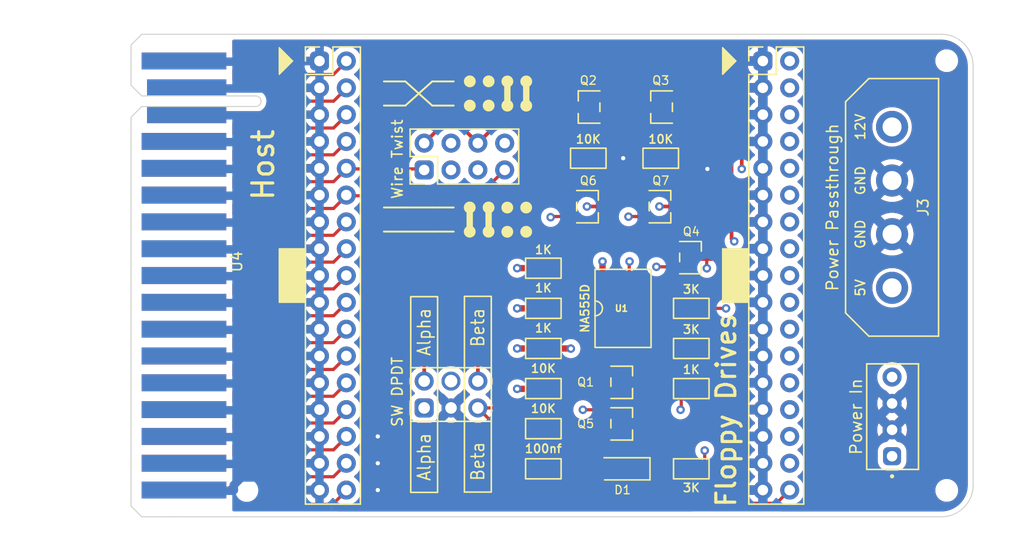
<source format=kicad_pcb>
(kicad_pcb (version 20211014) (generator pcbnew)
  (layers (0 "F.Cu" signal) (1 "In1.Cu" signal) (2 "In2.Cu" signal) (31 "B.Cu" signal) (34 "B.Paste" user) (35 "F.Paste" user) (36 "B.SilkS" user "B.Silkscreen") (37 "F.SilkS" user "F.Silkscreen") (38 "B.Mask" user) (39 "F.Mask" user) (44 "Edge.Cuts" user))
  (net 0 "")
  (net 1 "Net-(C1-Pad1)")
  (net 2 "Net-(C1-Pad2)")
  (net 3 "{slash}MOTEA-IN")
  (net 4 "{slash}MOTOR-IN")
  (net 5 "{slash}DRVSA-IN")
  (net 6 "{slash}DRVSEL-IN")
  (net 7 "{slash}MOTEB-IN")
  (net 8 "{slash}DRBSB-IN")
  (net 9 "Net-(D1-Pad1)")
  (net 10 "GND")
  (net 11 "/555-Trigger")
  (net 12 "Floppy-Drive-A")
  (net 13 "{slash}MOTEA-OUT")
  (net 14 "Floppy-Drive-B")
  (net 15 "Net-(Q4-Pad1)")
  (net 16 "+5V")
  (net 17 "/555-Release")
  (net 18 "/DSKCHG-Pulldown")
  (net 19 "{slash}DSKCHG")
  (net 20 "{slash}DRVSA-OUT")
  (net 21 "{slash}DRBSB-OUT")
  (net 22 "Net-(R3-Pad2)")
  (net 23 "{slash}STEP")
  (net 26 "{slash}MOTEB-OUT")
  (net 27 "{slash}REDWC")
  (net 28 "{slash}INDEX")
  (net 29 "{slash}DIR")
  (net 30 "{slash}WDATE")
  (net 31 "{slash}WGATE")
  (net 32 "{slash}TRK00")
  (net 33 "{slash}WPT")
  (net 34 "{slash}RDATA")
  (net 35 "{slash}SIDE1")
  (net 36 "+12V")
  (net 37 "Net-(R5-Pad2)")
  (net 38 "N{slash}C 1")
  (net 39 "N{slash}C 2")
  (footprint "AutoFloppySwitcher:C_0805_2012Metric" (layer "F.Cu") (at 113 98)
    (fp_text reference "C1")
    (fp_text value "100nf" (at 0 -1.905) (layer "F.SilkS") (effects (font (size 0.8 0.8))))
    (pad "1" smd rect (at -0.95 0) (size 1 1.45) (layers "F.Cu" "F.Paste" "F.Mask") (net 1 "Net-(C1-Pad1)"))
    (pad "2" smd rect (at 0.95 0) (size 1 1.45) (layers "F.Cu" "F.Paste" "F.Mask") (net 2 "Net-(C1-Pad2)"))
  )
  (footprint "AutoFloppySwitcher:R_0805_2012Metric" (layer "F.Cu") (at 127 82.8 180)
    (fp_text reference "R11")
    (fp_text value "3K" (at 0 1.8) (layer "F.SilkS") (effects (font (size 0.8 0.8))))
    (pad "1" smd rect (at -0.95 0 180) (size 1 1.45) (layers "F.Cu" "F.Paste" "F.Mask") (net 23 "{slash}STEP"))
    (pad "2" smd rect (at 0.95 0 180) (size 1 1.45) (layers "F.Cu" "F.Paste" "F.Mask") (net 15 "Net-(Q4-Pad1)"))
  )
  (footprint "AutoFloppySwitcher:R_0805_2012Metric" (layer "F.Cu") (at 113 79)
    (fp_text reference "R10")
    (fp_text value "1K" (at 0 -1.746) (layer "F.SilkS") (effects (font (size 0.8 0.8))))
    (pad "1" smd rect (at -0.95 0) (size 1 1.45) (layers "F.Cu" "F.Paste" "F.Mask") (net 16 "+5V"))
    (pad "2" smd rect (at 0.95 0) (size 1 1.45) (layers "F.Cu" "F.Paste" "F.Mask") (net 15 "Net-(Q4-Pad1)"))
  )
  (footprint "AutoFloppySwitcher:R_0805_2012Metric" (layer "F.Cu") (at 117.253 68.58 180)
    (fp_text reference "R8")
    (fp_text value "10K" (at 0 1.8) (layer "F.SilkS") (effects (font (size 0.8 0.8))))
    (pad "1" smd rect (at -0.95 0 180) (size 1 1.45) (layers "F.Cu" "F.Paste" "F.Mask") (net 10 "GND"))
    (pad "2" smd rect (at 0.95 0 180) (size 1 1.45) (layers "F.Cu" "F.Paste" "F.Mask") (net 12 "Floppy-Drive-A"))
  )
  (footprint "AutoFloppySwitcher:DPDT SW" (layer "F.Cu") (at 101.722 92.2325 90)
    (fp_text reference "SW1")
    (fp_text value "SW DPDT" (at 1.524 -2.54 90) (layer "F.SilkS"))
    (fp_text user "Beta" (at 9.54 5.08 90 unlocked) (layer "F.SilkS") (effects (font (size 1.2 1.1)) (justify right)))
    (fp_text user "Beta" (at -7 5.08 90 unlocked) (layer "F.SilkS") (effects (font (size 1.2 1.1)) (justify left)))
    (fp_text user "Alpha" (at -7 0 90 unlocked) (layer "F.SilkS") (effects (font (size 1.2 1.1)) (justify left)))
    (fp_text user "Alpha" (at 9.54 0 90 unlocked) (layer "F.SilkS") (effects (font (size 1.2 1.1)) (justify right)))
    (pad "1" thru_hole roundrect (at 0 0 90) (size 1.8 1.8) (drill 1.1) (layers *.Cu *.Mask) (net 1 "Net-(C1-Pad1)"))
    (pad "2" thru_hole circle (at 0 2.54 90) (size 1.8 1.8) (drill 1.1) (layers *.Cu *.Mask) (net 10 "GND"))
    (pad "3" thru_hole circle (at 0 5.08 90) (size 1.8 1.8) (drill 1.1) (layers *.Cu *.Mask) (net 1 "Net-(C1-Pad1)"))
    (pad "4" thru_hole circle (at 2.54 0 90) (size 1.8 1.8) (drill 1.1) (layers *.Cu *.Mask) (net 12 "Floppy-Drive-A"))
    (pad "5" thru_hole circle (at 2.54 2.54 90) (size 1.8 1.8) (drill 1.2) (layers *.Cu *.Mask) (net 37 "Net-(R5-Pad2)"))
    (pad "6" thru_hole circle (at 2.54 5.08 90) (size 1.8 1.8) (drill 1.1) (layers *.Cu *.Mask) (net 14 "Floppy-Drive-B"))
  )
  (footprint "" (layer "F.Cu") (at 151.1728 100.0425 45)
    (fp_text reference "" (at 0 0 45) (layer "F.SilkS") (effects (font (size 1.27 1.27))))
    (fp_text value "" (at 0 0 45) (layer "F.SilkS") (effects (font (size 1.27 1.27))))
    (pad "" np_thru_hole circle (at 0 0 45) (size 1.152 1.152) (drill 1.152) (layers *.Cu *.Mask))
  )
  (footprint "AutoFloppySwitcher:TSOT-23_HandSoldering" (layer "F.Cu") (at 117.253 63.754 180)
    (fp_text reference "Q2" (at 0 2.54) (layer "F.SilkS") (effects (font (size 0.8 0.8) (thickness 0.12))))
    (fp_text value "BSS138")
    (pad "1" smd rect (at -1.46 -0.95 180) (size 1.5 0.65) (layers "F.Cu" "F.Paste" "F.Mask") (net 12 "Floppy-Drive-A"))
    (pad "2" smd rect (at -1.46 0.95 180) (size 1.5 0.65) (layers "F.Cu" "F.Paste" "F.Mask") (net 13 "{slash}MOTEA-OUT"))
    (pad "3" smd rect (at 1.46 0 180) (size 1.5 0.65) (layers "F.Cu" "F.Paste" "F.Mask") (net 4 "{slash}MOTOR-IN"))
  )
  (footprint "AutoFloppySwitcher:TSOT-23_HandSoldering" (layer "F.Cu") (at 117.253 73.152)
    (fp_text reference "Q6" (at 0 -2.45) (layer "F.SilkS") (effects (font (size 0.8 0.8) (thickness 0.12))))
    (fp_text value "BSS138")
    (pad "1" smd rect (at -1.46 -0.95) (size 1.5 0.65) (layers "F.Cu" "F.Paste" "F.Mask") (net 12 "Floppy-Drive-A"))
    (pad "2" smd rect (at -1.46 0.95) (size 1.5 0.65) (layers "F.Cu" "F.Paste" "F.Mask") (net 20 "{slash}DRVSA-OUT"))
    (pad "3" smd rect (at 1.46 0) (size 1.5 0.65) (layers "F.Cu" "F.Paste" "F.Mask") (net 6 "{slash}DRVSEL-IN"))
  )
  (footprint "AutoFloppySwitcher:FloppyCardEdge" (layer "F.Cu") (at 78.994 59.3725)
    (fp_text reference "U4" (at 5 19 90) (layer "F.SilkS"))
    (fp_text value "FloppyConn")
    (pad "1" connect rect (at 0 0) (size 8 1.6) (layers "B.Cu" "F.Mask") (net 10 "GND"))
    (pad "2" connect rect (at 0 0) (size 8 1.6) (layers "F.Cu" "F.Mask") (net 27 "{slash}REDWC"))
    (pad "3" connect rect (at 0.25 2.515) (size 7.5 1.55) (layers "B.Cu" "F.Mask") (net 10 "GND"))
    (pad "4" connect rect (at 0.25 2.515) (size 7.5 1.55) (layers "F.Cu" "F.Mask") (net 38 "N{slash}C 1"))
    (pad "5" connect rect (at 0.25 5.105) (size 7.5 1.55) (layers "B.Cu" "F.Mask") (net 10 "GND"))
    (pad "6" connect rect (at 0.25 5.105) (size 7.5 1.55) (layers "F.Cu" "F.Mask") (net 39 "N{slash}C 2"))
    (pad "7" connect rect (at 0 7.62) (size 8 1.6) (layers "B.Cu" "F.Mask") (net 10 "GND"))
    (pad "8" connect rect (at 0 7.62) (size 8 1.6) (layers "F.Cu" "F.Mask") (net 28 "{slash}INDEX"))
    (pad "9" connect rect (at 0 10.16) (size 8 1.6) (layers "B.Cu" "F.Mask") (net 10 "GND"))
    (pad "10" connect rect (at 0 10.16) (size 8 1.6) (layers "F.Cu" "F.Mask") (net 3 "{slash}MOTEA-IN"))
    (pad "11" connect rect (at 0 12.7) (size 8 1.6) (layers "B.Cu" "F.Mask") (net 10 "GND"))
    (pad "12" connect rect (at 0 12.7) (size 8 1.6) (layers "F.Cu" "F.Mask") (net 8 "{slash}DRBSB-IN"))
    (pad "13" connect rect (at 0 15.24) (size 8 1.6) (layers "B.Cu" "F.Mask") (net 10 "GND"))
    (pad "14" connect rect (at 0 15.24) (size 8 1.6) (layers "F.Cu" "F.Mask") (net 5 "{slash}DRVSA-IN"))
    (pad "15" connect rect (at 0 17.78) (size 8 1.6) (layers "B.Cu" "F.Mask") (net 10 "GND"))
    (pad "16" connect rect (at 0 17.78) (size 8 1.6) (layers "F.Cu" "F.Mask") (net 7 "{slash}MOTEB-IN"))
    (pad "17" connect rect (at 0 20.32) (size 8 1.6) (layers "B.Cu" "F.Mask") (net 10 "GND"))
    (pad "18" connect rect (at 0 20.32) (size 8 1.6) (layers "F.Cu" "F.Mask") (net 29 "{slash}DIR"))
    (pad "19" connect rect (at 0 22.86) (size 8 1.6) (layers "B.Cu" "F.Mask") (net 10 "GND"))
    (pad "20" connect rect (at 0 22.86) (size 8 1.6) (layers "F.Cu" "F.Mask") (net 23 "{slash}STEP"))
    (pad "21" connect rect (at 0 25.4) (size 8 1.6) (layers "B.Cu" "F.Mask") (net 10 "GND"))
    (pad "22" connect rect (at 0 25.4) (size 8 1.6) (layers "F.Cu" "F.Mask") (net 30 "{slash}WDATE"))
    (pad "23" connect rect (at 0 27.94) (size 8 1.6) (layers "B.Cu" "F.Mask") (net 10 "GND"))
    (pad "24" connect rect (at 0 27.94) (size 8 1.6) (layers "F.Cu" "F.Mask") (net 31 "{slash}WGATE"))
    (pad "25" connect rect (at 0 30.48) (size 8 1.6) (layers "B.Cu" "F.Mask") (net 10 "GND"))
    (pad "26" connect rect (at 0 30.48) (size 8 1.6) (layers "F.Cu" "F.Mask") (net 32 "{slash}TRK00"))
    (pad "27" connect rect (at 0 33.02) (size 8 1.6) (layers "B.Cu" "F.Mask") (net 10 "GND"))
    (pad "28" connect rect (at 0 33.02) (size 8 1.6) (layers "F.Cu" "F.Mask") (net 33 "{slash}WPT"))
    (pad "29" connect rect (at 0 35.56) (size 8 1.6) (layers "B.Cu" "F.Mask") (net 10 "GND"))
    (pad "30" connect rect (at 0 35.56) (size 8 1.6) (layers "F.Cu" "F.Mask") (net 34 "{slash}RDATA"))
    (pad "31" connect rect (at 0 38.1) (size 8 1.6) (layers "B.Cu" "F.Mask") (net 10 "GND"))
    (pad "32" connect rect (at 0 38.1) (size 8 1.6) (layers "F.Cu" "F.Mask") (net 35 "{slash}SIDE1"))
    (pad "33" connect rect (at 0 40.64) (size 8 1.6) (layers "B.Cu" "F.Mask") (net 10 "GND"))
    (pad "34" connect rect (at 0 40.64) (size 8 1.6) (layers "F.Cu" "F.Mask") (net 19 "{slash}DSKCHG"))
  )
  (footprint "AutoFloppySwitcher:R_0805_2012Metric" (layer "F.Cu") (at 113 82.8)
    (fp_text reference "R3")
    (fp_text value "1K" (at -0.001185 -1.925605) (layer "F.SilkS") (effects (font (size 0.8 0.8))))
    (pad "1" smd rect (at -0.95 0) (size 1 1.45) (layers "F.Cu" "F.Paste" "F.Mask") (net 16 "+5V"))
    (pad "2" smd rect (at 0.95 0) (size 1 1.45) (layers "F.Cu" "F.Paste" "F.Mask") (net 22 "Net-(R3-Pad2)"))
  )
  (footprint "AutoFloppySwitcher:R_0805_2012Metric" (layer "F.Cu") (at 127 90.4 180)
    (fp_text reference "R7")
    (fp_text value "1K" (at 0 1.8) (layer "F.SilkS") (effects (font (size 0.8 0.8))))
    (pad "1" smd rect (at -0.95 0 180) (size 1 1.45) (layers "F.Cu" "F.Paste" "F.Mask") (net 10 "GND"))
    (pad "2" smd rect (at 0.95 0 180) (size 1 1.45) (layers "F.Cu" "F.Paste" "F.Mask") (net 18 "/DSKCHG-Pulldown"))
  )
  (footprint "AutoFloppySwitcher:Molex4pin" (layer "F.Cu") (at 146 73.2355 90)
    (fp_text reference "J3" (at 0 2.9464 90 unlocked) (layer "F.SilkS"))
    (fp_text value "Power Passthrough" (at 0 -5.6388 90 unlocked) (layer "F.SilkS") (effects (font (size 1.1 1.1))))
    (fp_text user "12V" (at 7.62 -3 90 unlocked) (layer "F.SilkS") (effects (font (size 0.9 0.9))))
    (fp_text user "GND" (at -2.54 -3 90 unlocked) (layer "F.SilkS") (effects (font (size 0.9 0.9))))
    (fp_text user "GND" (at 2.54 -3 90 unlocked) (layer "F.SilkS") (effects (font (size 0.9 0.9))))
    (fp_text user "5V" (at -7.62 -3 90 unlocked) (layer "F.SilkS") (effects (font (size 0.9 0.9))))
    (pad "1" thru_hole circle (at -7.62 0 90) (size 3.04 3.04) (drill 1.8) (layers *.Cu *.Mask) (net 16 "+5V") (clearance 0.35))
    (pad "2" thru_hole circle (at -2.54 0 90) (size 3.04 3.04) (drill 1.8) (layers *.Cu *.Mask) (net 10 "GND") (clearance 0.35))
    (pad "3" thru_hole circle (at 2.54 0 90) (size 3.04 3.04) (drill 1.8) (layers *.Cu *.Mask) (net 10 "GND") (clearance 0.35))
    (pad "4" thru_hole circle (at 7.62 0 90) (size 3.04 3.04) (drill 1.8) (layers *.Cu *.Mask) (net 36 "+12V") (clearance 0.35))
  )
  (footprint "AutoFloppySwitcher:D_MiniMELF" (layer "F.Cu") (at 120.492 98 180)
    (fp_text reference "D1" (at 0 -2) (layer "F.SilkS") (effects (font (size 0.8 0.8) (thickness 0.12))))
    (fp_text value "4148")
    (pad "1" smd rect (at -1.75 0 180) (size 1.3 1.7) (layers "F.Cu" "F.Paste" "F.Mask") (net 9 "Net-(D1-Pad1)"))
    (pad "2" smd rect (at 1.75 0 180) (size 1.3 1.7) (layers "F.Cu" "F.Paste" "F.Mask") (net 2 "Net-(C1-Pad2)"))
  )
  (footprint "" (layer "F.Cu") (at 151.17 59.3425)
    (fp_text reference "" (at 0 0) (layer "F.SilkS") (effects (font (size 1.27 1.27))))
    (fp_text value "" (at 0 0) (layer "F.SilkS") (effects (font (size 1.27 1.27))))
    (pad "" np_thru_hole circle (at 0 0) (size 1.152 1.152) (drill 1.152) (layers *.Cu *.Mask))
  )
  (footprint "AutoFloppySwitcher:R_0805_2012Metric" (layer "F.Cu") (at 127 98)
    (fp_text reference "R4")
    (fp_text value "3K" (at 0 1.8) (layer "F.SilkS") (effects (font (size 0.8 0.8))))
    (pad "1" smd rect (at -0.95 0) (size 1 1.45) (layers "F.Cu" "F.Paste" "F.Mask") (net 11 "/555-Trigger"))
    (pad "2" smd rect (at 0.95 0) (size 1 1.45) (layers "F.Cu" "F.Paste" "F.Mask") (net 16 "+5V"))
  )
  (footprint "AutoFloppySwitcher:TSOT-23_HandSoldering" (layer "F.Cu") (at 120.492 93.726)
    (fp_text reference "Q5" (at -3.492 0) (layer "F.SilkS") (effects (font (size 0.8 0.8) (thickness 0.12))))
    (fp_text value "2N7002")
    (pad "1" smd rect (at -1.46 -0.95) (size 1.5 0.65) (layers "F.Cu" "F.Paste" "F.Mask") (net 18 "/DSKCHG-Pulldown"))
    (pad "2" smd rect (at -1.46 0.95) (size 1.5 0.65) (layers "F.Cu" "F.Paste" "F.Mask") (net 10 "GND"))
    (pad "3" smd rect (at 1.46 0) (size 1.5 0.65) (layers "F.Cu" "F.Paste" "F.Mask") (net 19 "{slash}DSKCHG"))
  )
  (footprint "AutoFloppySwitcher:JLCPCB mounting hole" (layer "F.Cu") (at 84.9376 100.0425)
    (fp_text reference "REF**" hide)
    (fp_text value "JLCPCB mounting hole" hide)
    (pad "" np_thru_hole circle (at 0 0) (size 1.152 1.152) (drill 1.152) (layers *.Cu *.Mask))
  )
  (footprint "AutoFloppySwitcher:TSOT-23_HandSoldering" (layer "F.Cu") (at 124.111 63.754 180)
    (fp_text reference "Q3" (at 0 2.54) (layer "F.SilkS") (effects (font (size 0.8 0.8) (thickness 0.12))))
    (fp_text value "BSS138")
    (pad "1" smd rect (at -1.46 -0.95 180) (size 1.5 0.65) (layers "F.Cu" "F.Paste" "F.Mask") (net 14 "Floppy-Drive-B"))
    (pad "2" smd rect (at -1.46 0.95 180) (size 1.5 0.65) (layers "F.Cu" "F.Paste" "F.Mask") (net 26 "{slash}MOTEB-OUT"))
    (pad "3" smd rect (at 1.46 0 180) (size 1.5 0.65) (layers "F.Cu" "F.Paste" "F.Mask") (net 4 "{slash}MOTOR-IN"))
  )
  (footprint "AutoFloppySwitcher:TSOT-23_HandSoldering" (layer "F.Cu") (at 124.111 73.152)
    (fp_text reference "Q7" (at 0 -2.45) (layer "F.SilkS") (effects (font (size 0.8 0.8) (thickness 0.12))))
    (fp_text value "BSS138")
    (pad "1" smd rect (at -1.46 -0.95) (size 1.5 0.65) (layers "F.Cu" "F.Paste" "F.Mask") (net 14 "Floppy-Drive-B"))
    (pad "2" smd rect (at -1.46 0.95) (size 1.5 0.65) (layers "F.Cu" "F.Paste" "F.Mask") (net 21 "{slash}DRBSB-OUT"))
    (pad "3" smd rect (at 1.46 0) (size 1.5 0.65) (layers "F.Cu" "F.Paste" "F.Mask") (net 6 "{slash}DRVSEL-IN"))
  )
  (footprint "AutoFloppySwitcher:WireTwistJumpers" (layer "F.Cu") (at 101.722 69.69 90)
    (fp_text reference "J1")
    (fp_text value "Wire Twist" (at 1.016 -2.54 90) (layer "F.SilkS"))
    (pad "1" thru_hole roundrect (at 0 0 90) (size 1.8 1.8) (drill 1) (layers *.Cu *.Mask) (net 3 "{slash}MOTEA-IN"))
    (pad "2" thru_hole circle (at 2.54 0 90) (size 1.8 1.8) (drill 1) (layers *.Cu *.Mask) (net 4 "{slash}MOTOR-IN"))
    (pad "3" thru_hole circle (at 0 2.54 90) (size 1.8 1.8) (drill 1) (layers *.Cu *.Mask) (net 5 "{slash}DRVSA-IN"))
    (pad "4" thru_hole circle (at 2.54 2.54 90) (size 1.8 1.8) (drill 1) (layers *.Cu *.Mask) (net 6 "{slash}DRVSEL-IN"))
    (pad "5" thru_hole circle (at 0 5.08 90) (size 1.8 1.8) (drill 1) (layers *.Cu *.Mask) (net 7 "{slash}MOTEB-IN"))
    (pad "6" thru_hole circle (at 2.54 5.08 90) (size 1.8 1.8) (drill 1) (layers *.Cu *.Mask) (net 4 "{slash}MOTOR-IN"))
    (pad "7" thru_hole circle (at 0 7.62 90) (size 1.8 1.8) (drill 1) (layers *.Cu *.Mask) (net 8 "{slash}DRBSB-IN"))
    (pad "8" thru_hole circle (at 2.54 7.62 90) (size 1.8 1.8) (drill 1) (layers *.Cu *.Mask) (net 6 "{slash}DRVSEL-IN"))
  )
  (footprint "AutoFloppySwitcher:R_0805_2012Metric" (layer "F.Cu") (at 127 86.6 180)
    (fp_text reference "R6")
    (fp_text value "3K" (at 0 1.8) (layer "F.SilkS") (effects (font (size 0.8 0.8))))
    (pad "1" smd rect (at -0.95 0 180) (size 1 1.45) (layers "F.Cu" "F.Paste" "F.Mask") (net 10 "GND"))
    (pad "2" smd rect (at 0.95 0 180) (size 1 1.45) (layers "F.Cu" "F.Paste" "F.Mask") (net 17 "/555-Release"))
  )
  (footprint "AutoFloppySwitcher:R_0805_2012Metric" (layer "F.Cu") (at 124.111 68.58 180)
    (fp_text reference "R9")
    (fp_text value "10K" (at 0 1.8) (layer "F.SilkS") (effects (font (size 0.8 0.8))))
    (pad "1" smd rect (at -0.95 0 180) (size 1 1.45) (layers "F.Cu" "F.Paste" "F.Mask") (net 10 "GND"))
    (pad "2" smd rect (at 0.95 0 180) (size 1 1.45) (layers "F.Cu" "F.Paste" "F.Mask") (net 14 "Floppy-Drive-B"))
  )
  (footprint "AutoFloppySwitcher:3.5_Floppy_Header" (layer "F.Cu") (at 133.771 59.3725)
    (fp_text reference "U3")
    (fp_text value "FloppyConn")
    (pad "1" thru_hole roundrect (at 0 0) (size 1.8 1.8) (drill 1) (layers *.Cu *.Mask) (net 10 "GND"))
    (pad "2" thru_hole oval (at 2.54 0) (size 1.8 1.8) (drill 1) (layers *.Cu *.Mask) (net 27 "{slash}REDWC"))
    (pad "3" thru_hole oval (at 0 2.54) (size 1.8 1.8) (drill 1) (layers *.Cu *.Mask) (net 10 "GND"))
    (pad "4" thru_hole oval (at 2.54 2.54) (size 1.8 1.8) (drill 1) (layers *.Cu *.Mask) (net 38 "N{slash}C 1"))
    (pad "5" thru_hole oval (at 0 5.08) (size 1.8 1.8) (drill 1) (layers *.Cu *.Mask) (net 10 "GND"))
    (pad "6" thru_hole oval (at 2.54 5.08) (size 1.8 1.8) (drill 1) (layers *.Cu *.Mask) (net 39 "N{slash}C 2"))
    (pad "7" thru_hole oval (at 0 7.62) (size 1.8 1.8) (drill 1) (layers *.Cu *.Mask) (net 10 "GND"))
    (pad "8" thru_hole oval (at 2.54 7.62) (size 1.8 1.8) (drill 1) (layers *.Cu *.Mask) (net 28 "{slash}INDEX"))
    (pad "9" thru_hole oval (at 0 10.16) (size 1.8 1.8) (drill 1) (layers *.Cu *.Mask) (net 10 "GND"))
    (pad "10" thru_hole oval (at 2.54 10.16) (size 1.8 1.8) (drill 1) (layers *.Cu *.Mask) (net 13 "{slash}MOTEA-OUT"))
    (pad "11" thru_hole oval (at 0 12.7) (size 1.8 1.8) (drill 1) (layers *.Cu *.Mask) (net 10 "GND"))
    (pad "12" thru_hole oval (at 2.54 12.7) (size 1.8 1.8) (drill 1) (layers *.Cu *.Mask) (net 21 "{slash}DRBSB-OUT"))
    (pad "13" thru_hole oval (at 0 15.24) (size 1.8 1.8) (drill 1) (layers *.Cu *.Mask) (net 10 "GND"))
    (pad "14" thru_hole oval (at 2.54 15.24) (size 1.8 1.8) (drill 1) (layers *.Cu *.Mask) (net 20 "{slash}DRVSA-OUT"))
    (pad "15" thru_hole oval (at 0 17.78) (size 1.8 1.8) (drill 1) (layers *.Cu *.Mask) (net 10 "GND"))
    (pad "16" thru_hole oval (at 2.54 17.78) (size 1.8 1.8) (drill 1) (layers *.Cu *.Mask) (net 26 "{slash}MOTEB-OUT"))
    (pad "17" thru_hole oval (at 0 20.32) (size 1.8 1.8) (drill 1) (layers *.Cu *.Mask) (net 10 "GND"))
    (pad "18" thru_hole oval (at 2.54 20.32) (size 1.8 1.8) (drill 1) (layers *.Cu *.Mask) (net 29 "{slash}DIR"))
    (pad "19" thru_hole oval (at 0 22.86) (size 1.8 1.8) (drill 1) (layers *.Cu *.Mask) (net 10 "GND"))
    (pad "20" thru_hole oval (at 2.54 22.86) (size 1.8 1.8) (drill 1) (layers *.Cu *.Mask) (net 23 "{slash}STEP"))
    (pad "21" thru_hole oval (at 0 25.4) (size 1.8 1.8) (drill 1) (layers *.Cu *.Mask) (net 10 "GND"))
    (pad "22" thru_hole oval (at 2.54 25.4) (size 1.8 1.8) (drill 1) (layers *.Cu *.Mask) (net 30 "{slash}WDATE"))
    (pad "23" thru_hole oval (at 0 27.94) (size 1.8 1.8) (drill 1) (layers *.Cu *.Mask) (net 10 "GND"))
    (pad "24" thru_hole oval (at 2.54 27.94) (size 1.8 1.8) (drill 1) (layers *.Cu *.Mask) (net 31 "{slash}WGATE"))
    (pad "25" thru_hole oval (at 0 30.48) (size 1.8 1.8) (drill 1) (layers *.Cu *.Mask) (net 10 "GND"))
    (pad "26" thru_hole oval (at 2.54 30.48) (size 1.8 1.8) (drill 1) (layers *.Cu *.Mask) (net 32 "{slash}TRK00"))
    (pad "27" thru_hole oval (at 0 33.02) (size 1.8 1.8) (drill 1) (layers *.Cu *.Mask) (net 10 "GND"))
    (pad "28" thru_hole oval (at 2.54 33.02) (size 1.8 1.8) (drill 1) (layers *.Cu *.Mask) (net 33 "{slash}WPT"))
    (pad "29" thru_hole oval (at 0 35.56) (size 1.8 1.8) (drill 1) (layers *.Cu *.Mask) (net 10 "GND"))
    (pad "30" thru_hole oval (at 2.54 35.56) (size 1.8 1.8) (drill 1) (layers *.Cu *.Mask) (net 34 "{slash}RDATA"))
    (pad "31" thru_hole oval (at 0 38.1) (size 1.8 1.8) (drill 1) (layers *.Cu *.Mask) (net 10 "GND"))
    (pad "32" thru_hole oval (at 2.54 38.1) (size 1.8 1.8) (drill 1) (layers *.Cu *.Mask) (net 35 "{slash}SIDE1"))
    (pad "33" thru_hole oval (at 0 40.64) (size 1.8 1.8) (drill 1) (layers *.Cu *.Mask) (net 10 "GND"))
    (pad "34" thru_hole oval (at 2.54 40.64) (size 1.8 1.8) (drill 1) (layers *.Cu *.Mask) (net 19 "{slash}DSKCHG"))
  )
  (footprint "AutoFloppySwitcher:R_0805_2012Metric" (layer "F.Cu") (at 113 90.4)
    (fp_text reference "R1")
    (fp_text value "10K" (at 0 -1.905) (layer "F.SilkS") (effects (font (size 0.8 0.8))))
    (pad "1" smd rect (at -0.95 0) (size 1 1.45) (layers "F.Cu" "F.Paste" "F.Mask") (net 16 "+5V"))
    (pad "2" smd rect (at 0.95 0) (size 1 1.45) (layers "F.Cu" "F.Paste" "F.Mask") (net 1 "Net-(C1-Pad1)"))
  )
  (footprint "AutoFloppySwitcher:SOIC-8_3.9x4.9mm_P1.27mm" (layer "F.Cu") (at 120.492 82.804 90)
    (fp_text reference "U1" (at 0 -0.1) (layer "F.SilkS") (effects (font (size 0.6 0.6))))
    (fp_text value "NA555D" (at 0 -3.556 90) (layer "F.SilkS") (effects (font (size 0.8 0.8))))
    (pad "1" smd rect (at -2.475 -1.905 90) (size 1.95 0.6) (layers "F.Cu" "F.Paste" "F.Mask") (net 10 "GND") (clearance 0.07))
    (pad "2" smd rect (at -2.475 -0.635 90) (size 1.95 0.6) (layers "F.Cu" "F.Paste" "F.Mask") (net 11 "/555-Trigger") (clearance 0.07))
    (pad "3" smd rect (at -2.475 0.635 90) (size 1.95 0.6) (layers "F.Cu" "F.Paste" "F.Mask") (net 18 "/DSKCHG-Pulldown") (clearance 0.07))
    (pad "4" smd rect (at -2.475 1.905 90) (size 1.95 0.6) (layers "F.Cu" "F.Paste" "F.Mask") (net 22 "Net-(R3-Pad2)") (clearance 0.07))
    (pad "5" smd rect (at 2.475 1.905 90) (size 1.95 0.6) (layers "F.Cu" "F.Paste" "F.Mask") (clearance 0.07))
    (pad "6" smd rect (at 2.475 0.635 90) (size 1.95 0.6) (layers "F.Cu" "F.Paste" "F.Mask") (net 17 "/555-Release") (clearance 0.07))
    (pad "7" smd rect (at 2.475 -0.635 90) (size 1.95 0.6) (layers "F.Cu" "F.Paste" "F.Mask") (clearance 0.07))
    (pad "8" smd rect (at 2.475 -1.905 90) (size 1.95 0.6) (layers "F.Cu" "F.Paste" "F.Mask") (net 16 "+5V") (clearance 0.07))
  )
  (footprint "AutoFloppySwitcher:R_0805_2012Metric" (layer "F.Cu") (at 113 94.2)
    (fp_text reference "R2")
    (fp_text value "10K" (at 0 -1.905) (layer "F.SilkS") (effects (font (size 0.8 0.8))))
    (pad "1" smd rect (at -0.95 0) (size 1 1.45) (layers "F.Cu" "F.Paste" "F.Mask") (net 2 "Net-(C1-Pad2)"))
    (pad "2" smd rect (at 0.95 0) (size 1 1.45) (layers "F.Cu" "F.Paste" "F.Mask") (net 10 "GND"))
  )
  (footprint "AutoFloppySwitcher:TSOT-23_HandSoldering" (layer "F.Cu") (at 120.492 89.789)
    (fp_text reference "Q1" (at -3.492 0) (layer "F.SilkS") (effects (font (size 0.8 0.8) (thickness 0.12))))
    (fp_text value "Q_NPN_CBE")
    (pad "1" smd rect (at -1.46 -0.95) (size 1.5 0.65) (layers "F.Cu" "F.Paste" "F.Mask") (net 9 "Net-(D1-Pad1)"))
    (pad "2" smd rect (at -1.46 0.95) (size 1.5 0.65) (layers "F.Cu" "F.Paste" "F.Mask") (net 10 "GND"))
    (pad "3" smd rect (at 1.46 0) (size 1.5 0.65) (layers "F.Cu" "F.Paste" "F.Mask") (net 11 "/555-Trigger"))
  )
  (footprint "AutoFloppySwitcher:TSOT-23_HandSoldering" (layer "F.Cu") (at 127 77.978)
    (fp_text reference "Q4" (at 0 -2.45) (layer "F.SilkS") (effects (font (size 0.8 0.8) (thickness 0.12))))
    (fp_text value "Q_PNP_BEC")
    (pad "1" smd rect (at -1.46 -0.95) (size 1.5 0.65) (layers "F.Cu" "F.Paste" "F.Mask") (net 15 "Net-(Q4-Pad1)"))
    (pad "2" smd rect (at -1.46 0.95) (size 1.5 0.65) (layers "F.Cu" "F.Paste" "F.Mask") (net 16 "+5V"))
    (pad "3" smd rect (at 1.46 0) (size 1.5 0.65) (layers "F.Cu" "F.Paste" "F.Mask") (net 17 "/555-Release"))
  )
  (footprint "AutoFloppySwitcher:3.5_Floppy_Header" (layer "F.Cu") (at 91.816 59.3725)
    (fp_text reference "U2")
    (fp_text value "FloppyConn")
    (pad "1" thru_hole roundrect (at 0 0) (size 1.8 1.8) (drill 1) (layers *.Cu *.Mask) (net 10 "GND"))
    (pad "2" thru_hole oval (at 2.54 0) (size 1.8 1.8) (drill 1) (layers *.Cu *.Mask) (net 27 "{slash}REDWC"))
    (pad "3" thru_hole oval (at 0 2.54) (size 1.8 1.8) (drill 1) (layers *.Cu *.Mask) (net 10 "GND"))
    (pad "4" thru_hole oval (at 2.54 2.54) (size 1.8 1.8) (drill 1) (layers *.Cu *.Mask) (net 38 "N{slash}C 1"))
    (pad "5" thru_hole oval (at 0 5.08) (size 1.8 1.8) (drill 1) (layers *.Cu *.Mask) (net 10 "GND"))
    (pad "6" thru_hole oval (at 2.54 5.08) (size 1.8 1.8) (drill 1) (layers *.Cu *.Mask) (net 39 "N{slash}C 2"))
    (pad "7" thru_hole oval (at 0 7.62) (size 1.8 1.8) (drill 1) (layers *.Cu *.Mask) (net 10 "GND"))
    (pad "8" thru_hole oval (at 2.54 7.62) (size 1.8 1.8) (drill 1) (layers *.Cu *.Mask) (net 28 "{slash}INDEX"))
    (pad "9" thru_hole oval (at 0 10.16) (size 1.8 1.8) (drill 1) (layers *.Cu *.Mask) (net 10 "GND"))
    (pad "10" thru_hole oval (at 2.54 10.16) (size 1.8 1.8) (drill 1) (layers *.Cu *.Mask) (net 3 "{slash}MOTEA-IN"))
    (pad "11" thru_hole oval (at 0 12.7) (size 1.8 1.8) (drill 1) (layers *.Cu *.Mask) (net 10 "GND"))
    (pad "12" thru_hole oval (at 2.54 12.7) (size 1.8 1.8) (drill 1) (layers *.Cu *.Mask) (net 8 "{slash}DRBSB-IN"))
    (pad "13" thru_hole oval (at 0 15.24) (size 1.8 1.8) (drill 1) (layers *.Cu *.Mask) (net 10 "GND"))
    (pad "14" thru_hole oval (at 2.54 15.24) (size 1.8 1.8) (drill 1) (layers *.Cu *.Mask) (net 5 "{slash}DRVSA-IN"))
    (pad "15" thru_hole oval (at 0 17.78) (size 1.8 1.8) (drill 1) (layers *.Cu *.Mask) (net 10 "GND"))
    (pad "16" thru_hole oval (at 2.54 17.78) (size 1.8 1.8) (drill 1) (layers *.Cu *.Mask) (net 7 "{slash}MOTEB-IN"))
    (pad "17" thru_hole oval (at 0 20.32) (size 1.8 1.8) (drill 1) (layers *.Cu *.Mask) (net 10 "GND"))
    (pad "18" thru_hole oval (at 2.54 20.32) (size 1.8 1.8) (drill 1) (layers *.Cu *.Mask) (net 29 "{slash}DIR"))
    (pad "19" thru_hole oval (at 0 22.86) (size 1.8 1.8) (drill 1) (layers *.Cu *.Mask) (net 10 "GND"))
    (pad "20" thru_hole oval (at 2.54 22.86) (size 1.8 1.8) (drill 1) (layers *.Cu *.Mask) (net 23 "{slash}STEP"))
    (pad "21" thru_hole oval (at 0 25.4) (size 1.8 1.8) (drill 1) (layers *.Cu *.Mask) (net 10 "GND"))
    (pad "22" thru_hole oval (at 2.54 25.4) (size 1.8 1.8) (drill 1) (layers *.Cu *.Mask) (net 30 "{slash}WDATE"))
    (pad "23" thru_hole oval (at 0 27.94) (size 1.8 1.8) (drill 1) (layers *.Cu *.Mask) (net 10 "GND"))
    (pad "24" thru_hole oval (at 2.54 27.94) (size 1.8 1.8) (drill 1) (layers *.Cu *.Mask) (net 31 "{slash}WGATE"))
    (pad "25" thru_hole oval (at 0 30.48) (size 1.8 1.8) (drill 1) (layers *.Cu *.Mask) (net 10 "GND"))
    (pad "26" thru_hole oval (at 2.54 30.48) (size 1.8 1.8) (drill 1) (layers *.Cu *.Mask) (net 32 "{slash}TRK00"))
    (pad "27" thru_hole oval (at 0 33.02) (size 1.8 1.8) (drill 1) (layers *.Cu *.Mask) (net 10 "GND"))
    (pad "28" thru_hole oval (at 2.54 33.02) (size 1.8 1.8) (drill 1) (layers *.Cu *.Mask) (net 33 "{slash}WPT"))
    (pad "29" thru_hole oval (at 0 35.56) (size 1.8 1.8) (drill 1) (layers *.Cu *.Mask) (net 10 "GND"))
    (pad "30" thru_hole oval (at 2.54 35.56) (size 1.8 1.8) (drill 1) (layers *.Cu *.Mask) (net 34 "{slash}RDATA"))
    (pad "31" thru_hole oval (at 0 38.1) (size 1.8 1.8) (drill 1) (layers *.Cu *.Mask) (net 10 "GND"))
    (pad "32" thru_hole oval (at 2.54 38.1) (size 1.8 1.8) (drill 1) (layers *.Cu *.Mask) (net 35 "{slash}SIDE1"))
    (pad "33" thru_hole oval (at 0 40.64) (size 1.8 1.8) (drill 1) (layers *.Cu *.Mask) (net 10 "GND"))
    (pad "34" thru_hole oval (at 2.54 40.64) (size 1.8 1.8) (drill 1) (layers *.Cu *.Mask) (net 19 "{slash}DSKCHG"))
  )
  (footprint "AutoFloppySwitcher:R_0805_2012Metric" (layer "F.Cu") (at 113 86.6)
    (fp_text reference "R5")
    (fp_text value "1K" (at -0.001185 -1.925605) (layer "F.SilkS") (effects (font (size 0.8 0.8))))
    (pad "1" smd rect (at -0.95 0) (size 1 1.45) (layers "F.Cu" "F.Paste" "F.Mask") (net 16 "+5V"))
    (pad "2" smd rect (at 0.95 0) (size 1 1.45) (layers "F.Cu" "F.Paste" "F.Mask") (net 37 "Net-(R5-Pad2)"))
  )
  (footprint "AutoFloppySwitcher:berg_s" (layer "F.Cu") (at 146 96.8075 90)
    (fp_text reference "J2" hide)
    (fp_text value "Berg Pwr in")
    (fp_text user "Power In" (at 3.75 -3.4036 90 unlocked) (layer "F.SilkS") (effects (font (size 1.1 1.1))))
    (pad "1" thru_hole roundrect (at 0 0 90) (size 1.7 1.7) (drill 1) (layers *.Cu *.Mask) (net 16 "+5V"))
    (pad "2" thru_hole circle (at 2.5 0 90) (size 1.8 1.8) (drill 1) (layers *.Cu *.Mask) (net 10 "GND"))
    (pad "3" thru_hole circle (at 5 0 90) (size 1.8 1.8) (drill 1) (layers *.Cu *.Mask) (net 10 "GND"))
    (pad "4" thru_hole circle (at 7.5 0 90) (size 1.8 1.8) (drill 1) (layers *.Cu *.Mask) (net 36 "+12V"))
  )
  (gr_arc (start 85.7852 62.6825) (mid 86.2852 63.1825) (end 85.7852 63.6825) (layer "Edge.Cuts") (width 0.1))
  (gr_line (start 85.7852 63.6825) (end 74.997 63.6825) (layer "Edge.Cuts") (width 0.1))
  (gr_line (start 74.997 62.6825) (end 85.7852 62.6825) (layer "Edge.Cuts") (width 0.1))
  (gr_line (start 73.981 64.6985) (end 73.981 101.5265) (layer "Edge.Cuts") (width 0.1))
  (gr_line (start 83.058 56.8425) (end 74.997 56.8425) (layer "Edge.Cuts") (width 0.1))
  (gr_line (start 73.981 61.6665) (end 74.997 62.6825) (layer "Edge.Cuts") (width 0.1))
  (gr_line (start 78.105 102.5425) (end 83.947 102.5425) (layer "Edge.Cuts") (width 0.1))
  (gr_arc (start 153.67 99.5425) (mid 152.79132 101.66382) (end 150.67 102.5425) (layer "Edge.Cuts") (width 0.1))
  (gr_line (start 74.997 63.6825) (end 73.981 64.6985) (layer "Edge.Cuts") (width 0.1))
  (gr_line (start 83.947 102.5425) (end 150.67 102.5425) (layer "Edge.Cuts") (width 0.1))
  (gr_line (start 73.981 101.5265) (end 74.997 102.5425) (layer "Edge.Cuts") (width 0.1))
  (gr_arc (start 150.67 56.8425) (mid 152.79132 57.72118) (end 153.67 59.8425) (layer "Edge.Cuts") (width 0.1))
  (gr_line (start 73.981 57.8585) (end 73.981 61.6665) (layer "Edge.Cuts") (width 0.1))
  (gr_line (start 153.67 99.5425) (end 153.67 59.8425) (layer "Edge.Cuts") (width 0.1))
  (gr_line (start 74.997 102.5425) (end 78.105 102.5425) (layer "Edge.Cuts") (width 0.1))
  (gr_line (start 74.997 56.8425) (end 73.981 57.8585) (layer "Edge.Cuts") (width 0.1))
  (gr_line (start 83.058 56.8425) (end 150.67 56.8425) (layer "Edge.Cuts") (width 0.1))
  (gr_text "Floppy Drives" (at 130.302 92.456 90) (layer "F.SilkS") (effects (font (size 1.8 1.8) (thickness 0.3))))
  (gr_text "Host" (at 86.487 69.215 90) (layer "F.SilkS") (effects (font (size 2 2) (thickness 0.3))))
  (segment (start 112.05 97.4805) (end 112.05 98) (width 0.3) (layer "F.Cu") (net 1))
  (segment (start 106.802 92.2325) (end 112.05 97.4805) (width 0.3) (layer "F.Cu") (net 1))
  (segment (start 112.1175 92.2325) (end 106.802 92.2325) (width 0.3) (layer "F.Cu") (net 1))
  (segment (start 113.95 90.4) (end 112.1175 92.2325) (width 0.3) (layer "F.Cu") (net 1))
  (segment (start 112.05 94.2) (end 112.05 95) (width 0.4) (layer "F.Cu") (net 2))
  (segment (start 113.95 98) (end 118.742 98) (width 0.4) (layer "F.Cu") (net 2))
  (segment (start 113.95 96.9) (end 113.95 98) (width 0.4) (layer "F.Cu") (net 2))
  (segment (start 112.05 95) (end 113.95 96.9) (width 0.4) (layer "F.Cu") (net 2))
  (segment (start 94.356 69.596) (end 101.628 69.596) (width 0.3) (layer "F.Cu") (net 3))
  (segment (start 86.929 70.8) (end 85.725 69.596) (width 0.3) (layer "F.Cu") (net 3))
  (segment (start 101.628 69.596) (end 101.722 69.69) (width 0.3) (layer "F.Cu") (net 3))
  (segment (start 93.147 70.8) (end 86.929 70.8) (width 0.3) (layer "F.Cu") (net 3))
  (segment (start 85.725 69.596) (end 78.994 69.596) (width 0.3) (layer "F.Cu") (net 3))
  (segment (start 94.356 69.591) (end 93.147 70.8) (width 0.3) (layer "F.Cu") (net 3))
  (segment (start 101.722 67.1525) (end 103.2155 65.659) (width 0.35) (layer "F.Cu") (net 4))
  (segment (start 110.2005 63.754) (end 122.651 63.754) (width 0.35) (layer "F.Cu") (net 4))
  (segment (start 105.3085 65.659) (end 106.802 67.1525) (width 0.35) (layer "F.Cu") (net 4))
  (segment (start 106.802 67.1525) (end 110.2005 63.754) (width 0.35) (layer "F.Cu") (net 4))
  (segment (start 103.2155 65.659) (end 105.3085 65.659) (width 0.35) (layer "F.Cu") (net 4))
  (segment (start 93.147 75.88) (end 94.356 74.671) (width 0.3) (layer "F.Cu") (net 5))
  (segment (start 85.725 74.676) (end 86.929 75.88) (width 0.3) (layer "F.Cu") (net 5))
  (segment (start 86.929 75.88) (end 93.147 75.88) (width 0.3) (layer "F.Cu") (net 5))
  (segment (start 78.994 74.676) (end 85.725 74.676) (width 0.3) (layer "F.Cu") (net 5))
  (segment (start 123.984 73.152) (end 125.571 73.152) (width 0.35) (layer "F.Cu") (net 6))
  (segment (start 117.126 73.152) (end 118.713 73.152) (width 0.35) (layer "F.Cu") (net 6))
  (via (at 123.984 73.152) (size 0.8) (drill 0.4) (layers "F.Cu" "B.Cu") (net 6))
  (via (at 117.126 73.152) (size 0.8) (drill 0.4) (layers "F.Cu" "B.Cu") (net 6))
  (segment (start 85.725 77.216) (end 78.994 77.216) (width 0.3) (layer "F.Cu") (net 7))
  (segment (start 94.356 77.211) (end 93.147 78.42) (width 0.3) (layer "F.Cu") (net 7))
  (segment (start 86.929 78.42) (end 85.725 77.216) (width 0.3) (layer "F.Cu") (net 7))
  (segment (start 93.147 78.42) (end 86.929 78.42) (width 0.3) (layer "F.Cu") (net 7))
  (segment (start 94.356 72.131) (end 93.147 73.34) (width 0.3) (layer "F.Cu") (net 8))
  (segment (start 106.896 72.136) (end 109.342 69.69) (width 0.3) (layer "F.Cu") (net 8))
  (segment (start 85.725 72.136) (end 78.994 72.136) (width 0.3) (layer "F.Cu") (net 8))
  (segment (start 86.929 73.34) (end 85.725 72.136) (width 0.3) (layer "F.Cu") (net 8))
  (segment (start 94.356 72.136) (end 106.896 72.136) (width 0.3) (layer "F.Cu") (net 8))
  (segment (start 93.147 73.34) (end 86.929 73.34) (width 0.3) (layer "F.Cu") (net 8))
  (segment (start 120.45 96.208) (end 120.45 90.257) (width 0.3) (layer "F.Cu") (net 9))
  (segment (start 122.242 98) (end 120.45 96.208) (width 0.3) (layer "F.Cu") (net 9))
  (segment (start 120.45 90.257) (end 119.032 88.839) (width 0.3) (layer "F.Cu") (net 9))
  (via (at 97.3328 97.4725) (size 0.8) (drill 0.4) (layers "F.Cu" "B.Cu") (net 10))
  (via (at 97.3328 100.0125) (size 0.8) (drill 0.4) (layers "F.Cu" "B.Cu") (net 10))
  (via (at 128.524 69.596) (size 0.8) (drill 0.4) (layers "F.Cu" "B.Cu") (net 10))
  (via (at 120.555 68.58) (size 0.8) (drill 0.4) (layers "F.Cu" "B.Cu") (net 10))
  (via (at 97.3328 94.9325) (size 0.8) (drill 0.4) (layers "F.Cu" "B.Cu") (net 10))
  (segment (start 87.63 77.089) (end 87.63 79.756) (width 0.8) (layer "B.Cu") (net 10))
  (segment (start 87.63 79.756) (end 87.63 82.169) (width 0.8) (layer "B.Cu") (net 10))
  (segment (start 78.994 87.376) (end 87.63 87.376) (width 0.8) (layer "B.Cu") (net 10))
  (segment (start 87.503 77.216) (end 87.63 77.089) (width 0.8) (layer "B.Cu") (net 10))
  (segment (start 87.63 82.169) (end 87.63 84.836) (width 0.8) (layer "B.Cu") (net 10))
  (segment (start 87.333022 97.536) (end 87.63 97.239022) (width 0.8) (layer "B.Cu") (net 10))
  (segment (start 78.994 67.056) (end 87.63 67.056) (width 0.8) (layer "B.Cu") (net 10))
  (segment (start 87.63 64.516) (end 87.63 67.056) (width 0.8) (layer "B.Cu") (net 10))
  (segment (start 78.994 82.296) (end 87.503 82.296) (width 0.8) (layer "B.Cu") (net 10))
  (segment (start 87.63 92.456) (end 87.63 94.996) (width 0.8) (layer "B.Cu") (net 10))
  (segment (start 78.994 89.916) (end 87.63 89.916) (width 0.8) (layer "B.Cu") (net 10))
  (segment (start 87.63 74.676) (end 87.63 77.089) (width 0.8) (layer "B.Cu") (net 10))
  (segment (start 87.503 82.296) (end 87.63 82.169) (width 0.8) (layer "B.Cu") (net 10))
  (segment (start 78.994 59.436) (end 87.63 59.436) (width 0.8) (layer "B.Cu") (net 10))
  (segment (start 86.063022 98.806) (end 85.8012 98.806) (width 0.8) (layer "B.Cu") (net 10))
  (segment (start 87.503 72.136) (end 87.63 72.009) (width 0.8) (layer "B.Cu") (net 10))
  (segment (start 87.63 59.436) (end 87.63 61.976) (width 0.8) (layer "B.Cu") (net 10))
  (segment (start 83.712079 100.025571) (end 83.66165 100.076) (width 0.8) (layer "B.Cu") (net 10))
  (segment (start 78.994 92.456) (end 87.63 92.456) (width 0.8) (layer "B.Cu") (net 10))
  (segment (start 78.994 94.996) (end 87.63 94.996) (width 0.8) (layer "B.Cu") (net 10))
  (segment (start 85.790221 98.816979) (end 84.429971 98.816979) (width 0.8) (layer "B.Cu") (net 10))
  (segment (start 87.63 84.836) (end 87.63 87.376) (width 0.8) (layer "B.Cu") (net 10))
  (segment (start 87.63 72.009) (end 87.63 74.676) (width 0.8) (layer "B.Cu") (net 10))
  (segment (start 84.429971 98.816979) (end 83.712079 99.534871) (width 0.8) (layer "B.Cu") (net 10))
  (segment (start 78.994 74.676) (end 87.63 74.676) (width 0.8) (layer "B.Cu") (net 10))
  (segment (start 87.63 69.596) (end 87.63 72.009) (width 0.8) (layer "B.Cu") (net 10))
  (segment (start 83.66165 100.076) (end 78.994 100.076) (width 0.8) (layer "B.Cu") (net 10))
  (segment (start 78.994 77.216) (end 87.503 77.216) (width 0.8) (layer "B.Cu") (net 10))
  (segment (start 87.63 61.976) (end 87.63 64.516) (width 0.8) (layer "B.Cu") (net 10))
  (segment (start 87.63 89.916) (end 87.63 92.456) (width 0.8) (layer "B.Cu") (net 10))
  (segment (start 87.63 67.056) (end 87.63 69.596) (width 0.8) (layer "B.Cu") (net 10))
  (segment (start 78.994 64.516) (end 87.63 64.516) (width 0.8) (layer "B.Cu") (net 10))
  (segment (start 78.994 69.596) (end 87.63 69.596) (width 0.8) (layer "B.Cu") (net 10))
  (segment (start 78.994 72.136) (end 87.503 72.136) (width 0.8) (layer "B.Cu") (net 10))
  (segment (start 78.994 61.976) (end 87.63 61.976) (width 0.8) (layer "B.Cu") (net 10))
  (segment (start 85.8012 98.806) (end 85.790221 98.816979) (width 0.8) (layer "B.Cu") (net 10))
  (segment (start 87.63 87.376) (end 87.63 89.916) (width 0.8) (layer "B.Cu") (net 10))
  (segment (start 78.994 84.836) (end 87.63 84.836) (width 0.8) (layer "B.Cu") (net 10))
  (segment (start 83.712079 99.534871) (end 83.712079 100.025571) (width 0.8) (layer "B.Cu") (net 10))
  (segment (start 78.994 97.536) (end 87.333022 97.536) (width 0.8) (layer "B.Cu") (net 10))
  (segment (start 87.63 94.996) (end 87.63 97.239022) (width 0.8) (layer "B.Cu") (net 10))
  (segment (start 87.63 97.239022) (end 86.063022 98.806) (width 0.8) (layer "B.Cu") (net 10))
  (segment (start 78.994 79.756) (end 87.63 79.756) (width 0.8) (layer "B.Cu") (net 10))
  (segment (start 126.05 94.427) (end 126.05 98) (width 0.3) (layer "F.Cu") (net 11))
  (segment (start 121.952 89.789) (end 119.857 87.694) (width 0.3) (layer "F.Cu") (net 11))
  (segment (start 121.952 89.789) (end 121.952 90.329) (width 0.3) (layer "F.Cu") (net 11))
  (segment (start 121.952 90.329) (end 126.05 94.427) (width 0.3) (layer "F.Cu") (net 11))
  (segment (start 119.857 87.694) (end 119.857 85.279) (width 0.3) (layer "F.Cu") (net 11))
  (segment (start 116.364 68.519) (end 116.303 68.58) (width 0.35) (layer "F.Cu") (net 12))
  (segment (start 118.713 64.704) (end 116.364 67.053) (width 0.35) (layer "F.Cu") (net 12))
  (segment (start 116.303 68.58) (end 116.303 71.692) (width 0.35) (layer "F.Cu") (net 12))
  (segment (start 115.793 72.202) (end 109.662 72.202) (width 0.35) (layer "F.Cu") (net 12))
  (segment (start 101.727 89.6875) (end 101.722 89.6925) (width 0.35) (layer "F.Cu") (net 12))
  (segment (start 109.662 72.202) (end 101.727 80.137) (width 0.35) (layer "F.Cu") (net 12))
  (segment (start 101.727 80.137) (end 101.727 89.6875) (width 0.35) (layer "F.Cu") (net 12))
  (segment (start 116.364 67.053) (end 116.364 68.519) (width 0.35) (layer "F.Cu") (net 12))
  (segment (start 116.303 71.692) (end 115.793 72.202) (width 0.35) (layer "F.Cu") (net 12))
  (segment (start 120.047 60.833) (end 118.713 62.167) (width 0.35) (layer "F.Cu") (net 13))
  (segment (start 118.713 62.167) (end 118.713 62.804) (width 0.35) (layer "F.Cu") (net 13))
  (segment (start 128.333 60.833) (end 120.047 60.833) (width 0.35) (layer "F.Cu") (net 13))
  (segment (start 131.7752 64.2752) (end 128.333 60.833) (width 0.35) (layer "F.Cu") (net 13))
  (segment (start 131.7752 69.596) (end 131.7752 64.2752) (width 0.35) (layer "F.Cu") (net 13))
  (via (at 131.7752 69.596) (size 0.8) (drill 0.4) (layers "F.Cu" "B.Cu") (net 13))
  (segment (start 121.3635 72.202) (end 118.1275 75.438) (width 0.35) (layer "F.Cu") (net 14))
  (segment (start 123.161 68.58) (end 123.161 67.114) (width 0.35) (layer "F.Cu") (net 14))
  (segment (start 123.161 68.58) (end 123.161 71.692) (width 0.35) (layer "F.Cu") (net 14))
  (segment (start 123.161 67.114) (end 125.571 64.704) (width 0.35) (layer "F.Cu") (net 14))
  (segment (start 106.807 78.8035) (end 106.807 89.6875) (width 0.35) (layer "F.Cu") (net 14))
  (segment (start 123.161 71.692) (end 122.651 72.202) (width 0.35) (layer "F.Cu") (net 14))
  (segment (start 110.1725 75.438) (end 106.807 78.8035) (width 0.35) (layer "F.Cu") (net 14))
  (segment (start 122.651 72.202) (end 121.3635 72.202) (width 0.35) (layer "F.Cu") (net 14))
  (segment (start 118.1275 75.438) (end 110.1725 75.438) (width 0.35) (layer "F.Cu") (net 14))
  (segment (start 106.807 89.6875) (end 106.802 89.6925) (width 0.35) (layer "F.Cu") (net 14))
  (segment (start 125.54 77.028) (end 115.922 77.028) (width 0.3) (layer "F.Cu") (net 15))
  (segment (start 126.05 77.028) (end 126.746 77.724) (width 0.3) (layer "F.Cu") (net 15))
  (segment (start 126.746 77.724) (end 126.746 82.104) (width 0.3) (layer "F.Cu") (net 15))
  (segment (start 126.746 82.104) (end 126.05 82.8) (width 0.3) (layer "F.Cu") (net 15))
  (segment (start 115.922 77.028) (end 113.95 79) (width 0.3) (layer "F.Cu") (net 15))
  (segment (start 125.54 77.028) (end 126.05 77.028) (width 0.3) (layer "F.Cu") (net 15))
  (segment (start 110.522 90.424) (end 112.026 90.424) (width 0.6) (layer "F.Cu") (net 16))
  (segment (start 112.026 90.424) (end 112.05 90.4) (width 0.6) (layer "F.Cu") (net 16))
  (segment (start 118.5992 78.3844) (end 118.5992 80.3168) (width 0.6) (layer "F.Cu") (net 16))
  (segment (start 110.522 78.994) (end 112.044 78.994) (width 0.6) (layer "F.Cu") (net 16))
  (segment (start 125.479 78.867) (end 125.54 78.928) (width 0.3) (layer "F.Cu") (net 16))
  (segment (start 128.27 97.68) (end 127.95 98) (width 0.3) (layer "F.Cu") (net 16))
  (segment (start 112.044 78.994) (end 112.05 79) (width 0.6) (layer "F.Cu") (net 16))
  (segment (start 118.5992 80.3168) (end 118.587 80.329) (width 0.6) (layer "F.Cu") (net 16))
  (segment (start 128.27 96.266) (end 128.27 97.68) (width 0.3) (layer "F.Cu") (net 16))
  (segment (start 110.522 82.8) (end 112.05 82.8) (width 0.6) (layer "F.Cu") (net 16))
  (segment (start 123.698 78.867) (end 125.479 78.867) (width 0.3) (layer "F.Cu") (net 16))
  (segment (start 110.522 86.6) (end 112.05 86.6) (width 0.6) (layer "F.Cu") (net 16))
  (via (at 123.698 78.867) (size 0.8) (drill 0.4) (layers "F.Cu" "B.Cu") (net 16))
  (via (at 118.5992 78.359) (size 0.8) (drill 0.4) (layers "F.Cu" "B.Cu") (net 16))
  (via (at 110.522 82.8) (size 0.8) (drill 0.4) (layers "F.Cu" "B.Cu") (net 16))
  (via (at 128.27 96.266) (size 0.8) (drill 0.4) (layers "F.Cu" "B.Cu") (net 16))
  (via (at 110.522 86.6) (size 0.8) (drill 0.4) (layers "F.Cu" "B.Cu") (net 16))
  (via (at 110.522 90.424) (size 0.8) (drill 0.4) (layers "F.Cu" "B.Cu") (net 16))
  (via (at 110.522 78.994) (size 0.8) (drill 0.4) (layers "F.Cu" "B.Cu") (net 16))
  (segment (start 128.4732 79.0065) (end 128.46 78.9933) (width 0.3) (layer "F.Cu") (net 17))
  (segment (start 126.05 86.521) (end 126.05 86.6) (width 0.3) (layer "F.Cu") (net 17))
  (segment (start 121.127 81.598) (end 126.05 86.521) (width 0.3) (layer "F.Cu") (net 17))
  (segment (start 121.127 80.329) (end 121.127 81.598) (width 0.3) (layer "F.Cu") (net 17))
  (segment (start 121.127 80.329) (end 121.127 78.39) (width 0.3) (layer "F.Cu") (net 17))
  (segment (start 121.127 78.39) (end 121.158 78.359) (width 0.3) (layer "F.Cu") (net 17))
  (segment (start 128.46 78.9933) (end 128.46 77.978) (width 0.3) (layer "F.Cu") (net 17))
  (via (at 121.158 78.359) (size 0.8) (drill 0.4) (layers "F.Cu" "B.Cu") (net 17))
  (via (at 128.4732 79.0065) (size 0.8) (drill 0.4) (layers "F.Cu" "B.Cu") (net 17))
  (segment (start 118.6612 92.4052) (end 119.032 92.776) (width 0.3) (layer "F.Cu") (net 18))
  (segment (start 126.05 90.4) (end 126.05 92.3392) (width 0.3) (layer "F.Cu") (net 18))
  (segment (start 121.127 86.678) (end 124.849 90.4) (width 0.3) (layer "F.Cu") (net 18))
  (segment (start 124.849 90.4) (end 126.05 90.4) (width 0.3) (layer "F.Cu") (net 18))
  (segment (start 121.127 85.279) (end 121.127 86.678) (width 0.3) (layer "F.Cu") (net 18))
  (segment (start 116.7384 92.4052) (end 118.6612 92.4052) (width 0.3) (layer "F.Cu") (net 18))
  (segment (start 126.05 92.3392) (end 125.984 92.4052) (width 0.3) (layer "F.Cu") (net 18))
  (via (at 125.984 92.4052) (size 0.8) (drill 0.4) (layers "F.Cu" "B.Cu") (net 18))
  (via (at 116.7384 92.4052) (size 0.8) (drill 0.4) (layers "F.Cu" "B.Cu") (net 18))
  (segment (start 84.1756 98.9076) (end 85.6996 98.9076) (width 0.3) (layer "F.Cu") (net 19))
  (segment (start 135.061489 101.262011) (end 136.311 100.0125) (width 0.3) (layer "F.Cu") (net 19))
  (segment (start 121.952 93.726) (end 121.952 95.662) (width 0.3) (layer "F.Cu") (net 19))
  (segment (start 127.552011 101.262011) (end 135.061489 101.262011) (width 0.3) (layer "F.Cu") (net 19))
  (segment (start 88.162 101.37) (end 93.057 101.37) (width 0.3) (layer "F.Cu") (net 19))
  (segment (start 78.994 100.0125) (end 83.0707 100.0125) (width 0.3) (layer "F.Cu") (net 19))
  (segment (start 93.057 101.37) (end 94.356 100.071) (width 0.3) (layer "F.Cu") (net 19))
  (segment (start 78.994 100.076) (end 78.994 100.0125) (width 0.3) (layer "F.Cu") (net 19))
  (segment (start 85.6996 98.9076) (end 88.162 101.37) (width 0.3) (layer "F.Cu") (net 19))
  (segment (start 83.0707 100.0125) (end 84.1756 98.9076) (width 0.3) (layer "F.Cu") (net 19))
  (segment (start 121.952 95.662) (end 127.552011 101.262011) (width 0.3) (layer "F.Cu") (net 19))
  (segment (start 115.793 74.102) (end 113.7564 74.102) (width 0.3) (layer "F.Cu") (net 20))
  (segment (start 113.7564 74.102) (end 113.6904 74.168) (width 0.3) (layer "F.Cu") (net 20))
  (via (at 113.6904 74.168) (size 0.8) (drill 0.4) (layers "F.Cu" "B.Cu") (net 20))
  (segment (start 121.0716 74.102) (end 121.0564 74.1172) (width 0.3) (layer "F.Cu") (net 21))
  (segment (start 122.651 74.102) (end 121.0716 74.102) (width 0.3) (layer "F.Cu") (net 21))
  (via (at 121.0564 74.1172) (size 0.8) (drill 0.4) (layers "F.Cu" "B.Cu") (net 21))
  (segment (start 121.825 83.185) (end 122.397 83.757) (width 0.3) (layer "F.Cu") (net 22))
  (segment (start 116.233 82.8) (end 116.618 83.185) (width 0.3) (layer "F.Cu") (net 22))
  (segment (start 113.95 82.8) (end 116.233 82.8) (width 0.3) (layer "F.Cu") (net 22))
  (segment (start 116.618 83.185) (end 121.825 83.185) (width 0.3) (layer "F.Cu") (net 22))
  (segment (start 122.397 83.757) (end 122.397 85.279) (width 0.3) (layer "F.Cu") (net 22))
  (segment (start 85.725 82.296) (end 78.994 82.296) (width 0.3) (layer "F.Cu") (net 23))
  (segment (start 94.356 82.291) (end 93.147 83.5) (width 0.3) (layer "F.Cu") (net 23))
  (segment (start 130.282511 82.8) (end 130.286511 82.804) (width 0.3) (layer "F.Cu") (net 23))
  (segment (start 86.929 83.5) (end 85.725 82.296) (width 0.3) (layer "F.Cu") (net 23))
  (segment (start 93.147 83.5) (end 86.929 83.5) (width 0.3) (layer "F.Cu") (net 23))
  (segment (start 127.95 82.8) (end 130.282511 82.8) (width 0.3) (layer "F.Cu") (net 23))
  (via (at 130.286511 82.804) (size 0.8) (drill 0.4) (layers "F.Cu" "B.Cu") (net 23))
  (segment (start 130.81 67.2592) (end 126.3548 62.804) (width 0.35) (layer "F.Cu") (net 26))
  (segment (start 130.81 76.2) (end 130.81 67.2592) (width 0.35) (layer "F.Cu") (net 26))
  (segment (start 126.3548 62.804) (end 125.571 62.804) (width 0.35) (layer "F.Cu") (net 26))
  (segment (start 131.064 76.454) (end 130.81 76.2) (width 0.35) (layer "F.Cu") (net 26))
  (via (at 131.064 76.454) (size 0.8) (drill 0.4) (layers "F.Cu" "B.Cu") (net 26))
  (segment (start 86.816 59.436) (end 88.03 60.65) (width 0.3) (layer "F.Cu") (net 27))
  (segment (start 93.137 60.65) (end 94.356 59.431) (width 0.3) (layer "F.Cu") (net 27))
  (segment (start 88.03 60.65) (end 93.137 60.65) (width 0.3) (layer "F.Cu") (net 27))
  (segment (start 78.994 59.436) (end 86.816 59.436) (width 0.3) (layer "F.Cu") (net 27))
  (segment (start 94.356 67.051) (end 93.147 68.26) (width 0.3) (layer "F.Cu") (net 28))
  (segment (start 93.147 68.26) (end 86.929 68.26) (width 0.3) (layer "F.Cu") (net 28))
  (segment (start 85.725 67.056) (end 78.994 67.056) (width 0.3) (layer "F.Cu") (net 28))
  (segment (start 86.929 68.26) (end 85.725 67.056) (width 0.3) (layer "F.Cu") (net 28))
  (segment (start 93.147 80.96) (end 86.929 80.96) (width 0.3) (layer "F.Cu") (net 29))
  (segment (start 94.356 79.751) (end 93.147 80.96) (width 0.3) (layer "F.Cu") (net 29))
  (segment (start 85.725 79.756) (end 78.994 79.756) (width 0.3) (layer "F.Cu") (net 29))
  (segment (start 86.929 80.96) (end 85.725 79.756) (width 0.3) (layer "F.Cu") (net 29))
  (segment (start 86.939 86.05) (end 85.725 84.836) (width 0.3) (layer "F.Cu") (net 30))
  (segment (start 94.356 84.831) (end 93.137 86.05) (width 0.3) (layer "F.Cu") (net 30))
  (segment (start 93.137 86.05) (end 86.939 86.05) (width 0.3) (layer "F.Cu") (net 30))
  (segment (start 85.725 84.836) (end 78.994 84.836) (width 0.3) (layer "F.Cu") (net 30))
  (segment (start 94.356 87.371) (end 93.137 88.59) (width 0.3) (layer "F.Cu") (net 31))
  (segment (start 93.137 88.59) (end 86.939 88.59) (width 0.3) (layer "F.Cu") (net 31))
  (segment (start 86.939 88.59) (end 85.725 87.376) (width 0.3) (layer "F.Cu") (net 31))
  (segment (start 85.725 87.376) (end 78.994 87.376) (width 0.3) (layer "F.Cu") (net 31))
  (segment (start 94.356 89.911) (end 93.137 91.13) (width 0.3) (layer "F.Cu") (net 32))
  (segment (start 86.939 91.13) (end 85.725 89.916) (width 0.3) (layer "F.Cu") (net 32))
  (segment (start 85.725 89.916) (end 78.994 89.916) (width 0.3) (layer "F.Cu") (net 32))
  (segment (start 93.137 91.13) (end 86.939 91.13) (width 0.3) (layer "F.Cu") (net 32))
  (segment (start 94.356 92.451) (end 93.147 93.66) (width 0.3) (layer "F.Cu") (net 33))
  (segment (start 86.929 93.66) (end 85.725 92.456) (width 0.3) (layer "F.Cu") (net 33))
  (segment (start 93.147 93.66) (end 86.929 93.66) (width 0.3) (layer "F.Cu") (net 33))
  (segment (start 85.725 92.456) (end 78.994 92.456) (width 0.3) (layer "F.Cu") (net 33))
  (segment (start 93.147 96.2) (end 86.929 96.2) (width 0.3) (layer "F.Cu") (net 34))
  (segment (start 86.929 96.2) (end 85.725 94.996) (width 0.3) (layer "F.Cu") (net 34))
  (segment (start 85.725 94.996) (end 78.994 94.996) (width 0.3) (layer "F.Cu") (net 34))
  (segment (start 94.356 94.991) (end 93.147 96.2) (width 0.3) (layer "F.Cu") (net 34))
  (segment (start 86.939 98.75) (end 85.725 97.536) (width 0.3) (layer "F.Cu") (net 35))
  (segment (start 93.137 98.75) (end 86.939 98.75) (width 0.3) (layer "F.Cu") (net 35))
  (segment (start 85.725 97.536) (end 78.994 97.536) (width 0.3) (layer "F.Cu") (net 35))
  (segment (start 94.356 97.531) (end 93.137 98.75) (width 0.3) (layer "F.Cu") (net 35))
  (segment (start 115.588 86.6) (end 115.602 86.614) (width 0.6) (layer "F.Cu") (net 37))
  (segment (start 113.95 86.6) (end 115.588 86.6) (width 0.6) (layer "F.Cu") (net 37))
  (via (at 115.602 86.614) (size 0.8) (drill 0.4) (layers "F.Cu" "B.Cu") (net 37))
  (segment (start 93.152 63.175) (end 88.035 63.175) (width 0.3) (layer "F.Cu") (net 38))
  (segment (start 88.035 63.175) (end 86.836 61.976) (width 0.3) (layer "F.Cu") (net 38))
  (segment (start 94.356 61.971) (end 93.152 63.175) (width 0.3) (layer "F.Cu") (net 38))
  (segment (start 86.836 61.976) (end 78.994 61.976) (width 0.3) (layer "F.Cu") (net 38))
  (segment (start 86.929 65.72) (end 85.725 64.516) (width 0.3) (layer "F.Cu") (net 39))
  (segment (start 94.356 64.511) (end 93.147 65.72) (width 0.3) (layer "F.Cu") (net 39))
  (segment (start 93.147 65.72) (end 86.929 65.72) (width 0.3) (layer "F.Cu") (net 39))
  (segment (start 85.725 64.516) (end 78.994 64.516) (width 0.3) (layer "F.Cu") (net 39))
  (zone (net 10) (net_name "GND") (layers "F.Cu" "In2.Cu" "B.Cu") (connect_pads (clearance 0.508)) (min_thickness 0.254) (fill yes (thermal_gap 0.508) (thermal_bridge_width 0.8))
    (polygon (pts (xy 92.964 104.267) (xy 83.566 104.267) (xy 83.566 53.594) (xy 92.964 53.594)))
  )
  (zone (net 10) (net_name "GND") (layers "F.Cu" "In2.Cu" "B.Cu") (connect_pads (clearance 0.508)) (min_thickness 0.254) (fill yes (thermal_gap 0.508) (thermal_bridge_width 0.9))
    (polygon (pts (xy 158.496 104.267) (xy 92.964 104.267) (xy 92.964 53.594) (xy 158.496 53.594)))
  )
)
</source>
